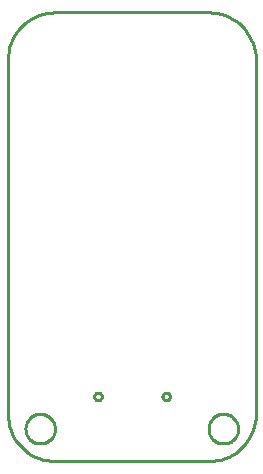
<source format=gbr>
G04 EAGLE Gerber RS-274X export*
G75*
%MOMM*%
%FSLAX34Y34*%
%LPD*%
%IN*%
%IPPOS*%
%AMOC8*
5,1,8,0,0,1.08239X$1,22.5*%
G01*
%ADD10C,0.254000*%


D10*
X-981Y39587D02*
X-829Y36100D01*
X-373Y32641D01*
X382Y29234D01*
X1431Y25906D01*
X2767Y22682D01*
X4378Y19587D01*
X6253Y16644D01*
X8377Y13875D01*
X10735Y11302D01*
X13308Y8945D01*
X16076Y6821D01*
X19019Y4946D01*
X22114Y3334D01*
X25338Y1999D01*
X28666Y950D01*
X32073Y194D01*
X35533Y-261D01*
X39019Y-413D01*
X169019Y-413D01*
X172505Y-261D01*
X175965Y194D01*
X179372Y950D01*
X182700Y1999D01*
X185924Y3334D01*
X189019Y4946D01*
X191962Y6821D01*
X194731Y8945D01*
X197303Y11302D01*
X199661Y13875D01*
X201785Y16644D01*
X203660Y19587D01*
X205271Y22682D01*
X206607Y25906D01*
X207656Y29234D01*
X208411Y32641D01*
X208867Y36100D01*
X209019Y39587D01*
X209019Y339587D01*
X208867Y343073D01*
X208411Y346533D01*
X207656Y349939D01*
X206607Y353267D01*
X205271Y356491D01*
X203660Y359587D01*
X201785Y362530D01*
X199661Y365298D01*
X197303Y367871D01*
X194731Y370228D01*
X191962Y372353D01*
X189019Y374228D01*
X185924Y375839D01*
X182700Y377174D01*
X179372Y378224D01*
X175965Y378979D01*
X172505Y379434D01*
X169019Y379587D01*
X39019Y379587D01*
X35533Y379434D01*
X32073Y378979D01*
X28666Y378224D01*
X25338Y377174D01*
X22114Y375839D01*
X19019Y374228D01*
X16076Y372353D01*
X13308Y370228D01*
X10735Y367871D01*
X8377Y365298D01*
X6253Y362530D01*
X4378Y359587D01*
X2767Y356491D01*
X1431Y353267D01*
X382Y349939D01*
X-373Y346533D01*
X-829Y343073D01*
X-981Y339587D01*
X-981Y39587D01*
X39019Y26595D02*
X38942Y25616D01*
X38788Y24646D01*
X38559Y23691D01*
X38255Y22757D01*
X37880Y21849D01*
X37434Y20974D01*
X36920Y20137D01*
X36343Y19342D01*
X35705Y18595D01*
X35011Y17900D01*
X34264Y17263D01*
X33469Y16685D01*
X32632Y16172D01*
X31756Y15726D01*
X30849Y15350D01*
X29915Y15047D01*
X28960Y14817D01*
X27989Y14664D01*
X27010Y14587D01*
X26028Y14587D01*
X25049Y14664D01*
X24079Y14817D01*
X23123Y15047D01*
X22189Y15350D01*
X21282Y15726D01*
X20407Y16172D01*
X19569Y16685D01*
X18774Y17263D01*
X18027Y17900D01*
X17333Y18595D01*
X16695Y19342D01*
X16118Y20137D01*
X15604Y20974D01*
X15158Y21849D01*
X14783Y22757D01*
X14479Y23691D01*
X14250Y24646D01*
X14096Y25616D01*
X14019Y26595D01*
X14019Y27578D01*
X14096Y28557D01*
X14250Y29527D01*
X14479Y30482D01*
X14783Y31416D01*
X15158Y32324D01*
X15604Y33199D01*
X16118Y34037D01*
X16695Y34831D01*
X17333Y35578D01*
X18027Y36273D01*
X18774Y36911D01*
X19569Y37488D01*
X20407Y38001D01*
X21282Y38447D01*
X22189Y38823D01*
X23123Y39127D01*
X24079Y39356D01*
X25049Y39510D01*
X26028Y39587D01*
X27010Y39587D01*
X27989Y39510D01*
X28960Y39356D01*
X29915Y39127D01*
X30849Y38823D01*
X31756Y38447D01*
X32632Y38001D01*
X33469Y37488D01*
X34264Y36911D01*
X35011Y36273D01*
X35705Y35578D01*
X36343Y34831D01*
X36920Y34037D01*
X37434Y33199D01*
X37880Y32324D01*
X38255Y31416D01*
X38559Y30482D01*
X38788Y29527D01*
X38942Y28557D01*
X39019Y27578D01*
X39019Y26595D01*
X194019Y26595D02*
X193942Y25616D01*
X193788Y24646D01*
X193559Y23691D01*
X193255Y22757D01*
X192880Y21849D01*
X192434Y20974D01*
X191920Y20137D01*
X191343Y19342D01*
X190705Y18595D01*
X190011Y17900D01*
X189264Y17263D01*
X188469Y16685D01*
X187632Y16172D01*
X186756Y15726D01*
X185849Y15350D01*
X184915Y15047D01*
X183960Y14817D01*
X182989Y14664D01*
X182010Y14587D01*
X181028Y14587D01*
X180049Y14664D01*
X179079Y14817D01*
X178123Y15047D01*
X177189Y15350D01*
X176282Y15726D01*
X175407Y16172D01*
X174569Y16685D01*
X173774Y17263D01*
X173027Y17900D01*
X172333Y18595D01*
X171695Y19342D01*
X171118Y20137D01*
X170604Y20974D01*
X170158Y21849D01*
X169783Y22757D01*
X169479Y23691D01*
X169250Y24646D01*
X169096Y25616D01*
X169019Y26595D01*
X169019Y27578D01*
X169096Y28557D01*
X169250Y29527D01*
X169479Y30482D01*
X169783Y31416D01*
X170158Y32324D01*
X170604Y33199D01*
X171118Y34037D01*
X171695Y34831D01*
X172333Y35578D01*
X173027Y36273D01*
X173774Y36911D01*
X174569Y37488D01*
X175407Y38001D01*
X176282Y38447D01*
X177189Y38823D01*
X178123Y39127D01*
X179079Y39356D01*
X180049Y39510D01*
X181028Y39587D01*
X182010Y39587D01*
X182989Y39510D01*
X183960Y39356D01*
X184915Y39127D01*
X185849Y38823D01*
X186756Y38447D01*
X187632Y38001D01*
X188469Y37488D01*
X189264Y36911D01*
X190011Y36273D01*
X190705Y35578D01*
X191343Y34831D01*
X191920Y34037D01*
X192434Y33199D01*
X192880Y32324D01*
X193255Y31416D01*
X193559Y30482D01*
X193788Y29527D01*
X193942Y28557D01*
X194019Y27578D01*
X194019Y26595D01*
X78669Y54224D02*
X78613Y53801D01*
X78503Y53390D01*
X78340Y52996D01*
X78127Y52627D01*
X77868Y52289D01*
X77567Y51988D01*
X77229Y51729D01*
X76860Y51516D01*
X76466Y51352D01*
X76054Y51242D01*
X75632Y51187D01*
X75206Y51187D01*
X74784Y51242D01*
X74372Y51352D01*
X73979Y51516D01*
X73610Y51729D01*
X73272Y51988D01*
X72970Y52289D01*
X72711Y52627D01*
X72498Y52996D01*
X72335Y53390D01*
X72225Y53801D01*
X72169Y54224D01*
X72169Y54650D01*
X72225Y55072D01*
X72335Y55484D01*
X72498Y55877D01*
X72711Y56246D01*
X72970Y56584D01*
X73272Y56885D01*
X73610Y57145D01*
X73979Y57358D01*
X74372Y57521D01*
X74784Y57631D01*
X75206Y57687D01*
X75632Y57687D01*
X76054Y57631D01*
X76466Y57521D01*
X76860Y57358D01*
X77229Y57145D01*
X77567Y56885D01*
X77868Y56584D01*
X78127Y56246D01*
X78340Y55877D01*
X78503Y55484D01*
X78613Y55072D01*
X78669Y54650D01*
X78669Y54224D01*
X136469Y54224D02*
X136413Y53801D01*
X136303Y53390D01*
X136140Y52996D01*
X135927Y52627D01*
X135668Y52289D01*
X135367Y51988D01*
X135029Y51729D01*
X134660Y51516D01*
X134266Y51352D01*
X133854Y51242D01*
X133432Y51187D01*
X133006Y51187D01*
X132584Y51242D01*
X132172Y51352D01*
X131779Y51516D01*
X131410Y51729D01*
X131072Y51988D01*
X130770Y52289D01*
X130511Y52627D01*
X130298Y52996D01*
X130135Y53390D01*
X130025Y53801D01*
X129969Y54224D01*
X129969Y54650D01*
X130025Y55072D01*
X130135Y55484D01*
X130298Y55877D01*
X130511Y56246D01*
X130770Y56584D01*
X131072Y56885D01*
X131410Y57145D01*
X131779Y57358D01*
X132172Y57521D01*
X132584Y57631D01*
X133006Y57687D01*
X133432Y57687D01*
X133854Y57631D01*
X134266Y57521D01*
X134660Y57358D01*
X135029Y57145D01*
X135367Y56885D01*
X135668Y56584D01*
X135927Y56246D01*
X136140Y55877D01*
X136303Y55484D01*
X136413Y55072D01*
X136469Y54650D01*
X136469Y54224D01*
M02*

</source>
